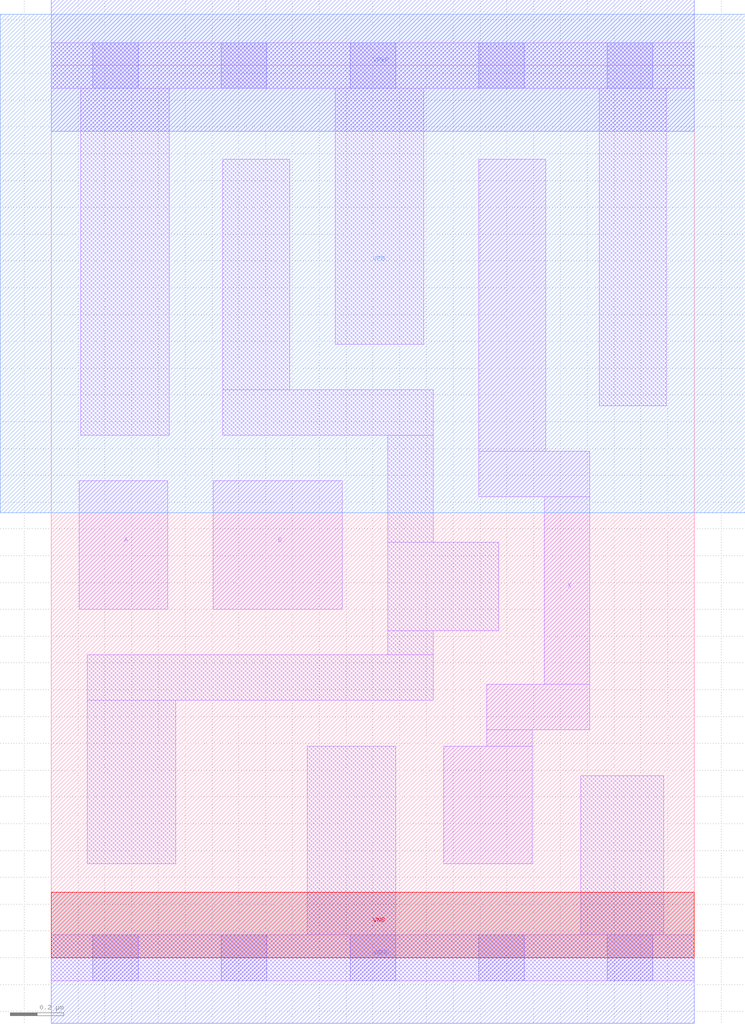
<source format=lef>
# Copyright 2020 The SkyWater PDK Authors
#
# Licensed under the Apache License, Version 2.0 (the "License");
# you may not use this file except in compliance with the License.
# You may obtain a copy of the License at
#
#     https://www.apache.org/licenses/LICENSE-2.0
#
# Unless required by applicable law or agreed to in writing, software
# distributed under the License is distributed on an "AS IS" BASIS,
# WITHOUT WARRANTIES OR CONDITIONS OF ANY KIND, either express or implied.
# See the License for the specific language governing permissions and
# limitations under the License.
#
# SPDX-License-Identifier: Apache-2.0

VERSION 5.7 ;
  NOWIREEXTENSIONATPIN ON ;
  DIVIDERCHAR "/" ;
  BUSBITCHARS "[]" ;
MACRO sky130_fd_sc_ls__and2_2
  CLASS CORE ;
  FOREIGN sky130_fd_sc_ls__and2_2 ;
  ORIGIN  0.000000  0.000000 ;
  SIZE  2.400000 BY  3.330000 ;
  SYMMETRY X Y ;
  SITE unit ;
  PIN A
    ANTENNAGATEAREA  0.261000 ;
    DIRECTION INPUT ;
    USE SIGNAL ;
    PORT
      LAYER li1 ;
        RECT 0.105000 1.300000 0.435000 1.780000 ;
    END
  END A
  PIN B
    ANTENNAGATEAREA  0.261000 ;
    DIRECTION INPUT ;
    USE SIGNAL ;
    PORT
      LAYER li1 ;
        RECT 0.605000 1.300000 1.085000 1.780000 ;
    END
  END B
  PIN VNB
    PORT
      LAYER pwell ;
        RECT 0.000000 0.000000 2.400000 0.245000 ;
    END
  END VNB
  PIN VPB
    PORT
      LAYER nwell ;
        RECT -0.190000 1.660000 2.590000 3.520000 ;
    END
  END VPB
  PIN X
    ANTENNADIFFAREA  0.543200 ;
    DIRECTION OUTPUT ;
    USE SIGNAL ;
    PORT
      LAYER li1 ;
        RECT 1.465000 0.350000 1.795000 0.790000 ;
        RECT 1.595000 1.720000 2.010000 1.890000 ;
        RECT 1.595000 1.890000 1.845000 2.980000 ;
        RECT 1.625000 0.790000 1.795000 0.850000 ;
        RECT 1.625000 0.850000 2.010000 1.020000 ;
        RECT 1.840000 1.020000 2.010000 1.720000 ;
    END
  END X
  PIN VGND
    DIRECTION INOUT ;
    SHAPE ABUTMENT ;
    USE GROUND ;
    PORT
      LAYER met1 ;
        RECT 0.000000 -0.245000 2.400000 0.245000 ;
    END
  END VGND
  PIN VPWR
    DIRECTION INOUT ;
    SHAPE ABUTMENT ;
    USE POWER ;
    PORT
      LAYER met1 ;
        RECT 0.000000 3.085000 2.400000 3.575000 ;
    END
  END VPWR
  OBS
    LAYER li1 ;
      RECT 0.000000 -0.085000 2.400000 0.085000 ;
      RECT 0.000000  3.245000 2.400000 3.415000 ;
      RECT 0.110000  1.950000 0.440000 3.245000 ;
      RECT 0.135000  0.350000 0.465000 0.960000 ;
      RECT 0.135000  0.960000 1.425000 1.130000 ;
      RECT 0.640000  1.950000 1.425000 2.120000 ;
      RECT 0.640000  2.120000 0.890000 2.980000 ;
      RECT 0.955000  0.085000 1.285000 0.790000 ;
      RECT 1.060000  2.290000 1.390000 3.245000 ;
      RECT 1.255000  1.130000 1.425000 1.220000 ;
      RECT 1.255000  1.220000 1.670000 1.550000 ;
      RECT 1.255000  1.550000 1.425000 1.950000 ;
      RECT 1.975000  0.085000 2.285000 0.680000 ;
      RECT 2.045000  2.060000 2.295000 3.245000 ;
    LAYER mcon ;
      RECT 0.155000 -0.085000 0.325000 0.085000 ;
      RECT 0.155000  3.245000 0.325000 3.415000 ;
      RECT 0.635000 -0.085000 0.805000 0.085000 ;
      RECT 0.635000  3.245000 0.805000 3.415000 ;
      RECT 1.115000 -0.085000 1.285000 0.085000 ;
      RECT 1.115000  3.245000 1.285000 3.415000 ;
      RECT 1.595000 -0.085000 1.765000 0.085000 ;
      RECT 1.595000  3.245000 1.765000 3.415000 ;
      RECT 2.075000 -0.085000 2.245000 0.085000 ;
      RECT 2.075000  3.245000 2.245000 3.415000 ;
  END
END sky130_fd_sc_ls__and2_2
END LIBRARY

</source>
